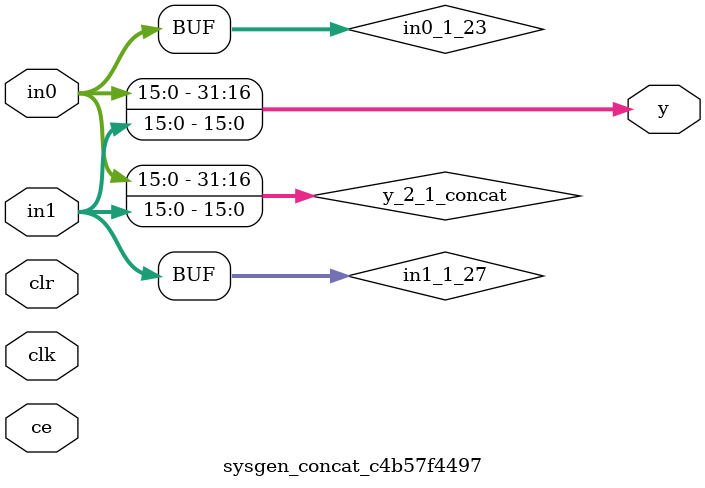
<source format=v>
module sysgen_concat_c4b57f4497 (
  input [(16 - 1):0] in0,
  input [(16 - 1):0] in1,
  output [(32 - 1):0] y,
  input clk,
  input ce,
  input clr);
  wire [(16 - 1):0] in0_1_23;
  wire [(16 - 1):0] in1_1_27;
  wire [(32 - 1):0] y_2_1_concat;
  assign in0_1_23 = in0;
  assign in1_1_27 = in1;
  assign y_2_1_concat = {in0_1_23, in1_1_27};
  assign y = y_2_1_concat;
endmodule
</source>
